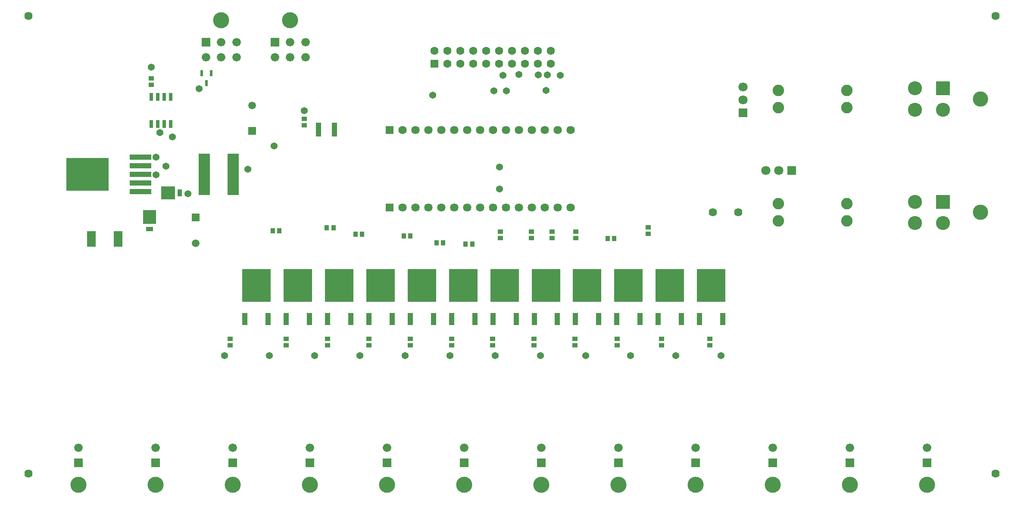
<source format=gbr>
G04*
G04 #@! TF.GenerationSoftware,Altium Limited,Altium Designer,22.4.2 (48)*
G04*
G04 Layer_Color=8388736*
%FSLAX25Y25*%
%MOIN*%
G70*
G04*
G04 #@! TF.SameCoordinates,7713EA0D-6249-4CA7-80EE-CA65CFE05E5E*
G04*
G04*
G04 #@! TF.FilePolarity,Negative*
G04*
G01*
G75*
%ADD28R,0.07008X0.12402*%
%ADD29R,0.04331X0.11024*%
%ADD30R,0.02200X0.05000*%
%ADD34R,0.09055X0.31890*%
%ADD35R,0.04134X0.03543*%
%ADD36R,0.03937X0.09252*%
%ADD37R,0.22244X0.25197*%
%ADD38R,0.03543X0.04134*%
G04:AMPARAMS|DCode=39|XSize=43.31mil|YSize=167.32mil|CornerRadius=3.94mil|HoleSize=0mil|Usage=FLASHONLY|Rotation=270.000|XOffset=0mil|YOffset=0mil|HoleType=Round|Shape=RoundedRectangle|*
%AMROUNDEDRECTD39*
21,1,0.04331,0.15945,0,0,270.0*
21,1,0.03543,0.16732,0,0,270.0*
1,1,0.00787,-0.07972,-0.01772*
1,1,0.00787,-0.07972,0.01772*
1,1,0.00787,0.07972,0.01772*
1,1,0.00787,0.07972,-0.01772*
%
%ADD39ROUNDEDRECTD39*%
G04:AMPARAMS|DCode=40|XSize=255.91mil|YSize=326.77mil|CornerRadius=4.49mil|HoleSize=0mil|Usage=FLASHONLY|Rotation=270.000|XOffset=0mil|YOffset=0mil|HoleType=Round|Shape=RoundedRectangle|*
%AMROUNDEDRECTD40*
21,1,0.25591,0.31780,0,0,270.0*
21,1,0.24693,0.32677,0,0,270.0*
1,1,0.00898,-0.15890,-0.12347*
1,1,0.00898,-0.15890,0.12347*
1,1,0.00898,0.15890,0.12347*
1,1,0.00898,0.15890,-0.12347*
%
%ADD40ROUNDEDRECTD40*%
%ADD41R,0.10394X0.10906*%
%ADD42R,0.05394X0.03394*%
%ADD43R,0.02756X0.06496*%
%ADD44R,0.10906X0.10394*%
%ADD45R,0.03394X0.05394*%
%ADD46C,0.12411*%
%ADD47C,0.06584*%
%ADD48R,0.06584X0.06584*%
%ADD49C,0.06394*%
%ADD50R,0.06299X0.06299*%
%ADD51C,0.06299*%
%ADD52C,0.00394*%
%ADD53R,0.07087X0.07087*%
%ADD54C,0.07087*%
%ADD55C,0.08858*%
%ADD56C,0.10827*%
%ADD57R,0.10827X0.10827*%
%ADD58C,0.11800*%
%ADD59R,0.07087X0.07087*%
%ADD60C,0.05906*%
%ADD61R,0.05906X0.05906*%
%ADD62C,0.06417*%
%ADD63R,0.06417X0.06417*%
%ADD64C,0.05394*%
D28*
X68438Y221112D02*
D03*
X89029D02*
D03*
D29*
X256127Y305763D02*
D03*
X243922D02*
D03*
D30*
X160808Y349499D02*
D03*
X153603D02*
D03*
X157206Y341857D02*
D03*
D34*
X177904Y271184D02*
D03*
X155464D02*
D03*
D35*
X546682Y143993D02*
D03*
Y138875D02*
D03*
X509445Y143993D02*
D03*
Y138875D02*
D03*
X474874Y143993D02*
D03*
Y138875D02*
D03*
X410687Y143993D02*
D03*
Y138875D02*
D03*
X378631Y143993D02*
D03*
Y138875D02*
D03*
X442308Y143993D02*
D03*
Y138875D02*
D03*
X499069Y225061D02*
D03*
Y230179D02*
D03*
X384628Y221695D02*
D03*
Y226814D02*
D03*
X424501Y221695D02*
D03*
Y226814D02*
D03*
X408707Y221695D02*
D03*
Y226814D02*
D03*
X443014Y221695D02*
D03*
Y226814D02*
D03*
X346999Y143870D02*
D03*
Y138752D02*
D03*
X315027Y143993D02*
D03*
Y138875D02*
D03*
X283038Y143993D02*
D03*
Y138875D02*
D03*
X251075Y144007D02*
D03*
Y138889D02*
D03*
X218802Y143993D02*
D03*
Y138875D02*
D03*
X175720Y143993D02*
D03*
Y138875D02*
D03*
X232975Y309075D02*
D03*
Y314193D02*
D03*
X114505Y340445D02*
D03*
Y345564D02*
D03*
D36*
X442777Y159055D02*
D03*
X460730D02*
D03*
X410816D02*
D03*
X428769D02*
D03*
X506700D02*
D03*
X524653D02*
D03*
X219048D02*
D03*
X237001D02*
D03*
X556614D02*
D03*
X538661D02*
D03*
X492691D02*
D03*
X474739D02*
D03*
X396807D02*
D03*
X378855D02*
D03*
X364846D02*
D03*
X346893D02*
D03*
X332885D02*
D03*
X314932D02*
D03*
X300923D02*
D03*
X282971D02*
D03*
X268962D02*
D03*
X251009D02*
D03*
X205039D02*
D03*
X187087D02*
D03*
D37*
X451754Y185039D02*
D03*
X419792D02*
D03*
X515676D02*
D03*
X228024D02*
D03*
X547638D02*
D03*
X483715D02*
D03*
X387831D02*
D03*
X355870D02*
D03*
X323908D02*
D03*
X291947D02*
D03*
X259986D02*
D03*
X196063D02*
D03*
D38*
X309836Y223553D02*
D03*
X314954D02*
D03*
X250365Y229816D02*
D03*
X255483D02*
D03*
X357707Y217249D02*
D03*
X362825D02*
D03*
X335193Y218278D02*
D03*
X340312D02*
D03*
X272474Y224787D02*
D03*
X277592D02*
D03*
X208504Y227547D02*
D03*
X213622D02*
D03*
X472629Y221406D02*
D03*
X467511D02*
D03*
D39*
X106370Y257798D02*
D03*
Y264491D02*
D03*
Y271184D02*
D03*
Y277877D02*
D03*
Y284570D02*
D03*
D40*
X65229Y271184D02*
D03*
D41*
X113385Y238096D02*
D03*
D42*
Y228840D02*
D03*
D43*
X114471Y310070D02*
D03*
X119471D02*
D03*
X124471D02*
D03*
X129471D02*
D03*
X114471Y331330D02*
D03*
X119471D02*
D03*
X124471D02*
D03*
X129471D02*
D03*
D44*
X127480Y256747D02*
D03*
D45*
X136736D02*
D03*
D46*
X222098Y390621D02*
D03*
X714567Y30709D02*
D03*
X654903D02*
D03*
X595240D02*
D03*
X475913D02*
D03*
X535576D02*
D03*
X416249D02*
D03*
X356586D02*
D03*
X296922D02*
D03*
X237258D02*
D03*
X177595D02*
D03*
X117931D02*
D03*
X58268D02*
D03*
X168671Y390621D02*
D03*
D47*
X233909Y361802D02*
D03*
X222098D02*
D03*
X210287D02*
D03*
X233909Y373613D02*
D03*
X222098D02*
D03*
X714567Y59527D02*
D03*
X654903D02*
D03*
X595240D02*
D03*
X475913D02*
D03*
X535576D02*
D03*
X416249D02*
D03*
X356586D02*
D03*
X296922D02*
D03*
X237258D02*
D03*
X177595D02*
D03*
X117931D02*
D03*
X58268D02*
D03*
X168671Y373613D02*
D03*
X180482D02*
D03*
X156860Y361802D02*
D03*
X168671D02*
D03*
X180482D02*
D03*
D48*
X210287Y373613D02*
D03*
X714567Y47717D02*
D03*
X654903D02*
D03*
X595240D02*
D03*
X475913D02*
D03*
X535576D02*
D03*
X416249D02*
D03*
X356586D02*
D03*
X296922D02*
D03*
X237258D02*
D03*
X177595D02*
D03*
X117931D02*
D03*
X58268D02*
D03*
X156860Y373613D02*
D03*
D49*
X767717Y393701D02*
D03*
X19685Y39370D02*
D03*
X767717D02*
D03*
X19685Y393701D02*
D03*
X548954Y241824D02*
D03*
X568639D02*
D03*
D50*
X333742Y356912D02*
D03*
D51*
Y366912D02*
D03*
X343742Y356912D02*
D03*
Y366912D02*
D03*
X353742Y356912D02*
D03*
Y366912D02*
D03*
X363742Y356912D02*
D03*
Y366912D02*
D03*
X373742Y356912D02*
D03*
Y366912D02*
D03*
X383742Y356912D02*
D03*
Y366912D02*
D03*
X393742Y356912D02*
D03*
Y366912D02*
D03*
X403742Y356912D02*
D03*
Y366912D02*
D03*
X413742Y356912D02*
D03*
Y366912D02*
D03*
X423742Y356912D02*
D03*
Y366912D02*
D03*
D52*
X19685Y314961D02*
D03*
X767717D02*
D03*
Y78740D02*
D03*
X19685D02*
D03*
D53*
X609899Y274107D02*
D03*
D54*
X599899D02*
D03*
X589899D02*
D03*
X572408Y338832D02*
D03*
Y328832D02*
D03*
D55*
X599544Y248517D02*
D03*
Y235131D02*
D03*
X652694D02*
D03*
Y248517D02*
D03*
X599544Y336312D02*
D03*
Y322926D02*
D03*
X652694D02*
D03*
Y336312D02*
D03*
D56*
X705424Y233474D02*
D03*
Y249974D02*
D03*
X727124Y233474D02*
D03*
X705424Y321237D02*
D03*
Y337737D02*
D03*
X727124Y321237D02*
D03*
D57*
Y249974D02*
D03*
Y337737D02*
D03*
D58*
X755824Y241724D02*
D03*
Y329487D02*
D03*
D59*
X572408Y318832D02*
D03*
D60*
X148799Y218024D02*
D03*
X192566Y324442D02*
D03*
D61*
X148799Y237709D02*
D03*
X192566Y304757D02*
D03*
D62*
X439067Y305640D02*
D03*
Y245640D02*
D03*
X429067Y305640D02*
D03*
Y245640D02*
D03*
X419067Y305640D02*
D03*
Y245640D02*
D03*
X409067Y305640D02*
D03*
Y245640D02*
D03*
X399067Y305640D02*
D03*
Y245640D02*
D03*
X389067Y305640D02*
D03*
Y245640D02*
D03*
X379067Y305640D02*
D03*
Y245640D02*
D03*
X369067Y305640D02*
D03*
Y245640D02*
D03*
X359067Y305640D02*
D03*
Y245640D02*
D03*
X349067Y305640D02*
D03*
Y245640D02*
D03*
X339067Y305640D02*
D03*
Y245640D02*
D03*
X329067Y305640D02*
D03*
Y245640D02*
D03*
X319067Y305640D02*
D03*
Y245640D02*
D03*
X309067Y305640D02*
D03*
Y245640D02*
D03*
D63*
X299067Y305640D02*
D03*
Y245640D02*
D03*
D64*
X130974Y300120D02*
D03*
X151695Y337561D02*
D03*
X189422Y275175D02*
D03*
X555220Y130784D02*
D03*
X520307D02*
D03*
X485394D02*
D03*
X450481D02*
D03*
X415568D02*
D03*
X380655D02*
D03*
X345741D02*
D03*
X310828D02*
D03*
X275915D02*
D03*
X241002D02*
D03*
X171176D02*
D03*
X206089D02*
D03*
X398815Y348662D02*
D03*
X420071Y336173D02*
D03*
X430954Y347806D02*
D03*
X420813Y348046D02*
D03*
X413887Y348293D02*
D03*
X389398Y335926D02*
D03*
X379751D02*
D03*
X386677Y347806D02*
D03*
X332156Y332427D02*
D03*
X69096Y271901D02*
D03*
X68895Y278976D02*
D03*
X61519Y278876D02*
D03*
X61585Y272068D02*
D03*
X118345Y270705D02*
D03*
X118438Y284595D02*
D03*
X121332Y303371D02*
D03*
X125977Y277683D02*
D03*
X142866Y256275D02*
D03*
X233065Y320405D02*
D03*
X69252Y265460D02*
D03*
X61585D02*
D03*
X209644Y293137D02*
D03*
X114781Y354109D02*
D03*
X383951Y259964D02*
D03*
Y276992D02*
D03*
M02*

</source>
